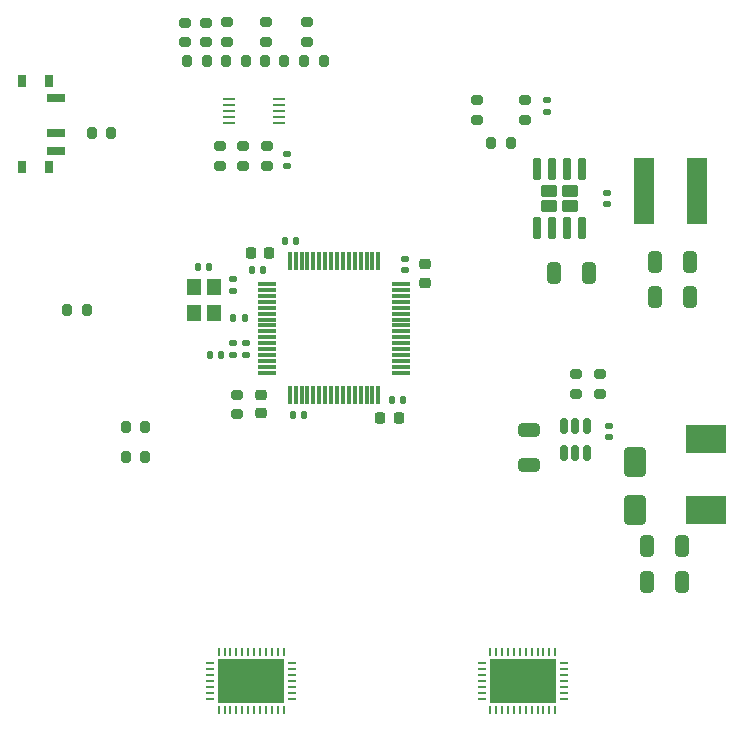
<source format=gbr>
%TF.GenerationSoftware,KiCad,Pcbnew,7.0.10*%
%TF.CreationDate,2024-04-17T23:56:12-04:00*%
%TF.ProjectId,BoardDesign,426f6172-6444-4657-9369-676e2e6b6963,rev?*%
%TF.SameCoordinates,Original*%
%TF.FileFunction,Paste,Top*%
%TF.FilePolarity,Positive*%
%FSLAX46Y46*%
G04 Gerber Fmt 4.6, Leading zero omitted, Abs format (unit mm)*
G04 Created by KiCad (PCBNEW 7.0.10) date 2024-04-17 23:56:12*
%MOMM*%
%LPD*%
G01*
G04 APERTURE LIST*
G04 Aperture macros list*
%AMRoundRect*
0 Rectangle with rounded corners*
0 $1 Rounding radius*
0 $2 $3 $4 $5 $6 $7 $8 $9 X,Y pos of 4 corners*
0 Add a 4 corners polygon primitive as box body*
4,1,4,$2,$3,$4,$5,$6,$7,$8,$9,$2,$3,0*
0 Add four circle primitives for the rounded corners*
1,1,$1+$1,$2,$3*
1,1,$1+$1,$4,$5*
1,1,$1+$1,$6,$7*
1,1,$1+$1,$8,$9*
0 Add four rect primitives between the rounded corners*
20,1,$1+$1,$2,$3,$4,$5,0*
20,1,$1+$1,$4,$5,$6,$7,0*
20,1,$1+$1,$6,$7,$8,$9,0*
20,1,$1+$1,$8,$9,$2,$3,0*%
G04 Aperture macros list end*
%ADD10RoundRect,0.250000X0.325000X0.650000X-0.325000X0.650000X-0.325000X-0.650000X0.325000X-0.650000X0*%
%ADD11R,1.700000X5.700000*%
%ADD12R,3.500000X2.350000*%
%ADD13RoundRect,0.200000X-0.275000X0.200000X-0.275000X-0.200000X0.275000X-0.200000X0.275000X0.200000X0*%
%ADD14RoundRect,0.200000X-0.200000X-0.275000X0.200000X-0.275000X0.200000X0.275000X-0.200000X0.275000X0*%
%ADD15RoundRect,0.225000X0.225000X0.250000X-0.225000X0.250000X-0.225000X-0.250000X0.225000X-0.250000X0*%
%ADD16RoundRect,0.135000X0.135000X0.185000X-0.135000X0.185000X-0.135000X-0.185000X0.135000X-0.185000X0*%
%ADD17RoundRect,0.150000X-0.150000X0.512500X-0.150000X-0.512500X0.150000X-0.512500X0.150000X0.512500X0*%
%ADD18RoundRect,0.250000X0.455000X-0.280000X0.455000X0.280000X-0.455000X0.280000X-0.455000X-0.280000X0*%
%ADD19RoundRect,0.150000X0.150000X-0.820000X0.150000X0.820000X-0.150000X0.820000X-0.150000X-0.820000X0*%
%ADD20RoundRect,0.225000X-0.225000X-0.250000X0.225000X-0.250000X0.225000X0.250000X-0.225000X0.250000X0*%
%ADD21RoundRect,0.200000X0.200000X0.275000X-0.200000X0.275000X-0.200000X-0.275000X0.200000X-0.275000X0*%
%ADD22RoundRect,0.250000X-0.325000X-0.650000X0.325000X-0.650000X0.325000X0.650000X-0.325000X0.650000X0*%
%ADD23RoundRect,0.140000X-0.140000X-0.170000X0.140000X-0.170000X0.140000X0.170000X-0.140000X0.170000X0*%
%ADD24RoundRect,0.140000X0.140000X0.170000X-0.140000X0.170000X-0.140000X-0.170000X0.140000X-0.170000X0*%
%ADD25RoundRect,0.200000X0.275000X-0.200000X0.275000X0.200000X-0.275000X0.200000X-0.275000X-0.200000X0*%
%ADD26R,0.203200X0.762000*%
%ADD27R,0.762000X0.203200*%
%ADD28R,5.689600X3.708400*%
%ADD29RoundRect,0.140000X0.170000X-0.140000X0.170000X0.140000X-0.170000X0.140000X-0.170000X-0.140000X0*%
%ADD30RoundRect,0.140000X-0.170000X0.140000X-0.170000X-0.140000X0.170000X-0.140000X0.170000X0.140000X0*%
%ADD31RoundRect,0.147500X-0.147500X-0.172500X0.147500X-0.172500X0.147500X0.172500X-0.147500X0.172500X0*%
%ADD32RoundRect,0.250000X0.650000X-0.325000X0.650000X0.325000X-0.650000X0.325000X-0.650000X-0.325000X0*%
%ADD33RoundRect,0.225000X0.250000X-0.225000X0.250000X0.225000X-0.250000X0.225000X-0.250000X-0.225000X0*%
%ADD34RoundRect,0.075000X-0.700000X-0.075000X0.700000X-0.075000X0.700000X0.075000X-0.700000X0.075000X0*%
%ADD35RoundRect,0.075000X-0.075000X-0.700000X0.075000X-0.700000X0.075000X0.700000X-0.075000X0.700000X0*%
%ADD36R,1.200000X1.400000*%
%ADD37R,0.800000X1.000000*%
%ADD38R,1.500000X0.700000*%
%ADD39RoundRect,0.250000X-0.650000X1.000000X-0.650000X-1.000000X0.650000X-1.000000X0.650000X1.000000X0*%
%ADD40RoundRect,0.218750X0.256250X-0.218750X0.256250X0.218750X-0.256250X0.218750X-0.256250X-0.218750X0*%
%ADD41R,1.100000X0.250000*%
G04 APERTURE END LIST*
%TO.C,U5*%
G36*
X142244800Y-165400000D02*
G01*
X141022400Y-165400000D01*
X141022400Y-163745800D01*
X142244800Y-163745800D01*
X142244800Y-165400000D01*
G37*
G36*
X140822400Y-165400000D02*
G01*
X139600000Y-165400000D01*
X139600000Y-163745800D01*
X140822400Y-163745800D01*
X140822400Y-165400000D01*
G37*
G36*
X139400000Y-165400000D02*
G01*
X138177600Y-165400000D01*
X138177600Y-163745800D01*
X139400000Y-163745800D01*
X139400000Y-165400000D01*
G37*
G36*
X137977600Y-165400000D02*
G01*
X136755200Y-165400000D01*
X136755200Y-163745800D01*
X137977600Y-163745800D01*
X137977600Y-165400000D01*
G37*
G36*
X142244800Y-167254200D02*
G01*
X141022400Y-167254200D01*
X141022400Y-165600000D01*
X142244800Y-165600000D01*
X142244800Y-167254200D01*
G37*
G36*
X140822400Y-167254200D02*
G01*
X139600000Y-167254200D01*
X139600000Y-165600000D01*
X140822400Y-165600000D01*
X140822400Y-167254200D01*
G37*
G36*
X139400000Y-167254200D02*
G01*
X138177600Y-167254200D01*
X138177600Y-165600000D01*
X139400000Y-165600000D01*
X139400000Y-167254200D01*
G37*
G36*
X137977600Y-167254200D02*
G01*
X136755200Y-167254200D01*
X136755200Y-165600000D01*
X137977600Y-165600000D01*
X137977600Y-167254200D01*
G37*
%TO.C,U6*%
G36*
X119244800Y-165400000D02*
G01*
X118022400Y-165400000D01*
X118022400Y-163745800D01*
X119244800Y-163745800D01*
X119244800Y-165400000D01*
G37*
G36*
X117822400Y-165400000D02*
G01*
X116600000Y-165400000D01*
X116600000Y-163745800D01*
X117822400Y-163745800D01*
X117822400Y-165400000D01*
G37*
G36*
X116400000Y-165400000D02*
G01*
X115177600Y-165400000D01*
X115177600Y-163745800D01*
X116400000Y-163745800D01*
X116400000Y-165400000D01*
G37*
G36*
X114977600Y-165400000D02*
G01*
X113755200Y-165400000D01*
X113755200Y-163745800D01*
X114977600Y-163745800D01*
X114977600Y-165400000D01*
G37*
G36*
X119244800Y-167254200D02*
G01*
X118022400Y-167254200D01*
X118022400Y-165600000D01*
X119244800Y-165600000D01*
X119244800Y-167254200D01*
G37*
G36*
X117822400Y-167254200D02*
G01*
X116600000Y-167254200D01*
X116600000Y-165600000D01*
X117822400Y-165600000D01*
X117822400Y-167254200D01*
G37*
G36*
X116400000Y-167254200D02*
G01*
X115177600Y-167254200D01*
X115177600Y-165600000D01*
X116400000Y-165600000D01*
X116400000Y-167254200D01*
G37*
G36*
X114977600Y-167254200D02*
G01*
X113755200Y-167254200D01*
X113755200Y-165600000D01*
X114977600Y-165600000D01*
X114977600Y-167254200D01*
G37*
%TD*%
D10*
%TO.C,C16*%
X152950000Y-157097000D03*
X150000000Y-157097000D03*
%TD*%
%TO.C,C17*%
X152950000Y-154097000D03*
X150000000Y-154097000D03*
%TD*%
D11*
%TO.C,L3*%
X149750000Y-124000000D03*
X154250000Y-124000000D03*
%TD*%
D12*
%TO.C,L2*%
X155000000Y-145000000D03*
X155000000Y-151050000D03*
%TD*%
D13*
%TO.C,R11*%
X135653581Y-116350000D03*
X135653581Y-118000000D03*
%TD*%
%TO.C,R19*%
X114421582Y-109738000D03*
X114421582Y-111388000D03*
%TD*%
D14*
%TO.C,R17*%
X117675000Y-113000000D03*
X119325000Y-113000000D03*
%TD*%
D15*
%TO.C,C3*%
X118000000Y-129250000D03*
X116450000Y-129250000D03*
%TD*%
D16*
%TO.C,R2*%
X116000000Y-134763000D03*
X114980000Y-134763000D03*
%TD*%
D17*
%TO.C,U4*%
X144900000Y-143925000D03*
X143950000Y-143925000D03*
X143000000Y-143925000D03*
X143000000Y-146200000D03*
X143950000Y-146200000D03*
X144900000Y-146200000D03*
%TD*%
D18*
%TO.C,U2*%
X141738581Y-125315000D03*
X143488581Y-125315000D03*
X141738581Y-124005000D03*
X143488581Y-124005000D03*
D19*
X140708581Y-127140000D03*
X141978581Y-127140000D03*
X143248581Y-127140000D03*
X144518581Y-127140000D03*
X144518581Y-122180000D03*
X143248581Y-122180000D03*
X141978581Y-122180000D03*
X140708581Y-122180000D03*
%TD*%
D20*
%TO.C,C1*%
X127450000Y-143250000D03*
X129000000Y-143250000D03*
%TD*%
D21*
%TO.C,R13*%
X107519581Y-144045000D03*
X105869581Y-144045000D03*
%TD*%
D22*
%TO.C,C18*%
X142178581Y-131000000D03*
X145128581Y-131000000D03*
%TD*%
D23*
%TO.C,C8*%
X119330000Y-128263000D03*
X120290000Y-128263000D03*
%TD*%
D13*
%TO.C,R20*%
X117723582Y-109738000D03*
X117723582Y-111388000D03*
%TD*%
D23*
%TO.C,C6*%
X128386581Y-141750000D03*
X129346581Y-141750000D03*
%TD*%
D24*
%TO.C,C4*%
X117500000Y-130750000D03*
X116540000Y-130750000D03*
%TD*%
D25*
%TO.C,R5*%
X115853581Y-121874000D03*
X115853581Y-120224000D03*
%TD*%
D26*
%TO.C,U5*%
X142250000Y-163023500D03*
X141750001Y-163023500D03*
X141249999Y-163023500D03*
X140750000Y-163023500D03*
X140250001Y-163023500D03*
X139750000Y-163023500D03*
X139250000Y-163023500D03*
X138749999Y-163023500D03*
X138250000Y-163023500D03*
X137750001Y-163023500D03*
X137249999Y-163023500D03*
X136750000Y-163023500D03*
D27*
X136020200Y-164000000D03*
X136020200Y-164499999D03*
X136020200Y-165000001D03*
X136020200Y-165500000D03*
X136020200Y-165999999D03*
X136020200Y-166500001D03*
X136020200Y-167000000D03*
D26*
X136750000Y-167976500D03*
X137249999Y-167976500D03*
X137750001Y-167976500D03*
X138250000Y-167976500D03*
X138749999Y-167976500D03*
X139250000Y-167976500D03*
X139750000Y-167976500D03*
X140250001Y-167976500D03*
X140750000Y-167976500D03*
X141249999Y-167976500D03*
X141750001Y-167976500D03*
X142250000Y-167976500D03*
D27*
X142979800Y-167000000D03*
X142979800Y-166500001D03*
X142979800Y-165999999D03*
X142979800Y-165500000D03*
X142979800Y-165000001D03*
X142979800Y-164499999D03*
X142979800Y-164000000D03*
D28*
X139500000Y-165500000D03*
%TD*%
D13*
%TO.C,R7*%
X110900000Y-109775000D03*
X110900000Y-111425000D03*
%TD*%
D29*
%TO.C,C12*%
X115000000Y-132473000D03*
X115000000Y-131513000D03*
%TD*%
D26*
%TO.C,U6*%
X119250000Y-163023500D03*
X118750001Y-163023500D03*
X118249999Y-163023500D03*
X117750000Y-163023500D03*
X117250001Y-163023500D03*
X116750000Y-163023500D03*
X116250000Y-163023500D03*
X115749999Y-163023500D03*
X115250000Y-163023500D03*
X114750001Y-163023500D03*
X114249999Y-163023500D03*
X113750000Y-163023500D03*
D27*
X113020200Y-164000000D03*
X113020200Y-164499999D03*
X113020200Y-165000001D03*
X113020200Y-165500000D03*
X113020200Y-165999999D03*
X113020200Y-166500001D03*
X113020200Y-167000000D03*
D26*
X113750000Y-167976500D03*
X114249999Y-167976500D03*
X114750001Y-167976500D03*
X115250000Y-167976500D03*
X115749999Y-167976500D03*
X116250000Y-167976500D03*
X116750000Y-167976500D03*
X117250001Y-167976500D03*
X117750000Y-167976500D03*
X118249999Y-167976500D03*
X118750001Y-167976500D03*
X119250000Y-167976500D03*
D27*
X119979800Y-167000000D03*
X119979800Y-166500001D03*
X119979800Y-165999999D03*
X119979800Y-165500000D03*
X119979800Y-165000001D03*
X119979800Y-164499999D03*
X119979800Y-164000000D03*
D28*
X116500000Y-165500000D03*
%TD*%
D13*
%TO.C,R23*%
X112700000Y-109775000D03*
X112700000Y-111425000D03*
%TD*%
D30*
%TO.C,C15*%
X146800000Y-143920000D03*
X146800000Y-144880000D03*
%TD*%
D25*
%TO.C,R3*%
X115346581Y-142913000D03*
X115346581Y-141263000D03*
%TD*%
D29*
%TO.C,C19*%
X141550000Y-117300000D03*
X141550000Y-116340000D03*
%TD*%
D31*
%TO.C,L1*%
X112979000Y-137899000D03*
X113949000Y-137899000D03*
%TD*%
D21*
%TO.C,R10*%
X138478581Y-120000000D03*
X136828581Y-120000000D03*
%TD*%
D14*
%TO.C,R22*%
X111100000Y-113000000D03*
X112750000Y-113000000D03*
%TD*%
D32*
%TO.C,C14*%
X140000000Y-147200000D03*
X140000000Y-144250000D03*
%TD*%
D33*
%TO.C,C2*%
X131250000Y-131800000D03*
X131250000Y-130250000D03*
%TD*%
D25*
%TO.C,R12*%
X139653581Y-118000000D03*
X139653581Y-116350000D03*
%TD*%
D29*
%TO.C,C13*%
X119501582Y-121874000D03*
X119501582Y-120914000D03*
%TD*%
D34*
%TO.C,U1*%
X117846581Y-131913000D03*
X117846581Y-132413000D03*
X117846581Y-132913000D03*
X117846581Y-133413000D03*
X117846581Y-133913000D03*
X117846581Y-134413000D03*
X117846581Y-134913000D03*
X117846581Y-135413000D03*
X117846581Y-135913000D03*
X117846581Y-136413000D03*
X117846581Y-136913000D03*
X117846581Y-137413000D03*
X117846581Y-137913000D03*
X117846581Y-138413000D03*
X117846581Y-138913000D03*
X117846581Y-139413000D03*
D35*
X119771581Y-141338000D03*
X120271581Y-141338000D03*
X120771581Y-141338000D03*
X121271581Y-141338000D03*
X121771581Y-141338000D03*
X122271581Y-141338000D03*
X122771581Y-141338000D03*
X123271581Y-141338000D03*
X123771581Y-141338000D03*
X124271581Y-141338000D03*
X124771581Y-141338000D03*
X125271581Y-141338000D03*
X125771581Y-141338000D03*
X126271581Y-141338000D03*
X126771581Y-141338000D03*
X127271581Y-141338000D03*
D34*
X129196581Y-139413000D03*
X129196581Y-138913000D03*
X129196581Y-138413000D03*
X129196581Y-137913000D03*
X129196581Y-137413000D03*
X129196581Y-136913000D03*
X129196581Y-136413000D03*
X129196581Y-135913000D03*
X129196581Y-135413000D03*
X129196581Y-134913000D03*
X129196581Y-134413000D03*
X129196581Y-133913000D03*
X129196581Y-133413000D03*
X129196581Y-132913000D03*
X129196581Y-132413000D03*
X129196581Y-131913000D03*
D35*
X127271581Y-129988000D03*
X126771581Y-129988000D03*
X126271581Y-129988000D03*
X125771581Y-129988000D03*
X125271581Y-129988000D03*
X124771581Y-129988000D03*
X124271581Y-129988000D03*
X123771581Y-129988000D03*
X123271581Y-129988000D03*
X122771581Y-129988000D03*
X122271581Y-129988000D03*
X121771581Y-129988000D03*
X121271581Y-129988000D03*
X120771581Y-129988000D03*
X120271581Y-129988000D03*
X119771581Y-129988000D03*
%TD*%
D13*
%TO.C,R21*%
X121250000Y-109738000D03*
X121250000Y-111388000D03*
%TD*%
D14*
%TO.C,R18*%
X121000000Y-113000000D03*
X122650000Y-113000000D03*
%TD*%
D36*
%TO.C,Y1*%
X111700000Y-132163000D03*
X111700000Y-134363000D03*
X113400000Y-134363000D03*
X113400000Y-132163000D03*
%TD*%
D13*
%TO.C,R9*%
X144000000Y-139550000D03*
X144000000Y-141200000D03*
%TD*%
D30*
%TO.C,C20*%
X146653581Y-124175000D03*
X146653581Y-125135000D03*
%TD*%
D10*
%TO.C,C22*%
X153653581Y-133000000D03*
X150703581Y-133000000D03*
%TD*%
D14*
%TO.C,R16*%
X114375000Y-113000000D03*
X116025000Y-113000000D03*
%TD*%
D37*
%TO.C,SW1*%
X99350000Y-114717000D03*
X97140000Y-114717000D03*
X99350000Y-122017000D03*
X97140000Y-122017000D03*
D38*
X100000000Y-116117000D03*
X100000000Y-119117000D03*
X100000000Y-120617000D03*
%TD*%
D24*
%TO.C,C5*%
X120980000Y-143000000D03*
X120020000Y-143000000D03*
%TD*%
D29*
%TO.C,C9*%
X115000000Y-137900000D03*
X115000000Y-136940000D03*
%TD*%
D25*
%TO.C,R8*%
X146000000Y-141200000D03*
X146000000Y-139550000D03*
%TD*%
D21*
%TO.C,R1*%
X104653000Y-119153000D03*
X103003000Y-119153000D03*
%TD*%
D10*
%TO.C,C21*%
X153653581Y-130000000D03*
X150703581Y-130000000D03*
%TD*%
D39*
%TO.C,D4*%
X149020000Y-147000000D03*
X149020000Y-151000000D03*
%TD*%
D29*
%TO.C,C7*%
X129500000Y-130710000D03*
X129500000Y-129750000D03*
%TD*%
D40*
%TO.C,D1*%
X117346581Y-142838000D03*
X117346581Y-141263000D03*
%TD*%
D21*
%TO.C,R15*%
X102565581Y-134139000D03*
X100915581Y-134139000D03*
%TD*%
D25*
%TO.C,R4*%
X117853581Y-121874000D03*
X117853581Y-120224000D03*
%TD*%
D41*
%TO.C,U3*%
X118900000Y-118250000D03*
X118900000Y-117750000D03*
X118900000Y-117250000D03*
X118900000Y-116750000D03*
X118900000Y-116250000D03*
X114600000Y-116250000D03*
X114600000Y-116750000D03*
X114600000Y-117250000D03*
X114600000Y-117750000D03*
X114600000Y-118250000D03*
%TD*%
D21*
%TO.C,R14*%
X107519581Y-146585000D03*
X105869581Y-146585000D03*
%TD*%
D25*
%TO.C,R6*%
X113853581Y-121874000D03*
X113853581Y-120224000D03*
%TD*%
D29*
%TO.C,C10*%
X116050000Y-137900000D03*
X116050000Y-136940000D03*
%TD*%
D23*
%TO.C,C11*%
X111990000Y-130500000D03*
X112950000Y-130500000D03*
%TD*%
M02*

</source>
